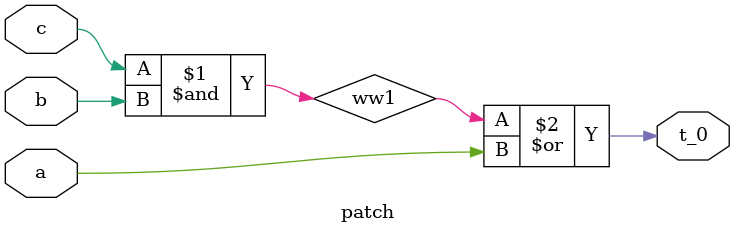
<source format=v>

module patch ( t_0, a, b, c );

  output t_0;
  input a, b, c;
  wire ww1;

  and ( ww1, c, b );
  or ( t_0, ww1, a );

endmodule


</source>
